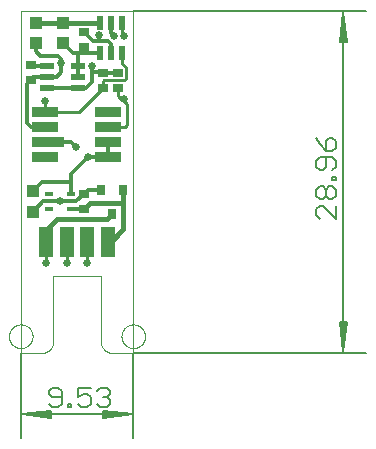
<source format=gtl>
G75*
%MOIN*%
%OFA0B0*%
%FSLAX25Y25*%
%IPPOS*%
%LPD*%
%AMOC8*
5,1,8,0,0,1.08239X$1,22.5*
%
%ADD10C,0.00000*%
%ADD11C,0.00512*%
%ADD12C,0.00600*%
%ADD13R,0.08858X0.03543*%
%ADD14R,0.11024X0.03543*%
%ADD15R,0.03543X0.02756*%
%ADD16R,0.04331X0.03937*%
%ADD17R,0.02165X0.04724*%
%ADD18R,0.05000X0.10000*%
%ADD19R,0.03150X0.01378*%
%ADD20R,0.03937X0.04331*%
%ADD21R,0.04724X0.02165*%
%ADD22R,0.03150X0.03543*%
%ADD23C,0.01000*%
%ADD24C,0.01200*%
%ADD25C,0.02578*%
%ADD26C,0.01600*%
D10*
X0165333Y0029433D02*
X0165333Y0143433D01*
X0202833Y0143433D01*
X0202833Y0029433D01*
X0195944Y0029433D01*
X0195820Y0029435D01*
X0195697Y0029441D01*
X0195573Y0029450D01*
X0195451Y0029464D01*
X0195328Y0029481D01*
X0195206Y0029503D01*
X0195085Y0029528D01*
X0194965Y0029557D01*
X0194846Y0029589D01*
X0194727Y0029626D01*
X0194610Y0029666D01*
X0194495Y0029709D01*
X0194380Y0029757D01*
X0194268Y0029808D01*
X0194157Y0029862D01*
X0194047Y0029920D01*
X0193940Y0029981D01*
X0193834Y0030046D01*
X0193731Y0030114D01*
X0193630Y0030185D01*
X0193531Y0030259D01*
X0193434Y0030336D01*
X0193340Y0030417D01*
X0193249Y0030500D01*
X0193160Y0030586D01*
X0193074Y0030675D01*
X0192991Y0030766D01*
X0192910Y0030860D01*
X0192833Y0030957D01*
X0192759Y0031056D01*
X0192688Y0031157D01*
X0192620Y0031260D01*
X0192555Y0031366D01*
X0192494Y0031473D01*
X0192436Y0031583D01*
X0192382Y0031694D01*
X0192331Y0031806D01*
X0192283Y0031921D01*
X0192240Y0032036D01*
X0192200Y0032153D01*
X0192163Y0032272D01*
X0192131Y0032391D01*
X0192102Y0032511D01*
X0192077Y0032632D01*
X0192055Y0032754D01*
X0192038Y0032877D01*
X0192024Y0032999D01*
X0192015Y0033123D01*
X0192009Y0033246D01*
X0192007Y0033370D01*
X0192007Y0054933D01*
X0176160Y0054933D01*
X0176160Y0033370D01*
X0176158Y0033246D01*
X0176152Y0033123D01*
X0176143Y0032999D01*
X0176129Y0032877D01*
X0176112Y0032754D01*
X0176090Y0032632D01*
X0176065Y0032511D01*
X0176036Y0032391D01*
X0176004Y0032272D01*
X0175967Y0032153D01*
X0175927Y0032036D01*
X0175884Y0031921D01*
X0175836Y0031806D01*
X0175785Y0031694D01*
X0175731Y0031583D01*
X0175673Y0031473D01*
X0175612Y0031366D01*
X0175547Y0031260D01*
X0175479Y0031157D01*
X0175408Y0031056D01*
X0175334Y0030957D01*
X0175257Y0030860D01*
X0175176Y0030766D01*
X0175093Y0030675D01*
X0175007Y0030586D01*
X0174918Y0030500D01*
X0174827Y0030417D01*
X0174733Y0030336D01*
X0174636Y0030259D01*
X0174537Y0030185D01*
X0174436Y0030114D01*
X0174333Y0030046D01*
X0174227Y0029981D01*
X0174120Y0029920D01*
X0174010Y0029862D01*
X0173899Y0029808D01*
X0173787Y0029757D01*
X0173672Y0029709D01*
X0173557Y0029666D01*
X0173440Y0029626D01*
X0173321Y0029589D01*
X0173202Y0029557D01*
X0173082Y0029528D01*
X0172961Y0029503D01*
X0172839Y0029481D01*
X0172716Y0029464D01*
X0172594Y0029450D01*
X0172470Y0029441D01*
X0172347Y0029435D01*
X0172223Y0029433D01*
X0165333Y0029433D01*
X0161396Y0035008D02*
X0161398Y0035133D01*
X0161404Y0035258D01*
X0161414Y0035382D01*
X0161428Y0035506D01*
X0161445Y0035630D01*
X0161467Y0035753D01*
X0161493Y0035875D01*
X0161522Y0035997D01*
X0161555Y0036117D01*
X0161593Y0036236D01*
X0161633Y0036355D01*
X0161678Y0036471D01*
X0161726Y0036586D01*
X0161778Y0036700D01*
X0161834Y0036812D01*
X0161893Y0036922D01*
X0161955Y0037030D01*
X0162021Y0037137D01*
X0162090Y0037241D01*
X0162163Y0037342D01*
X0162238Y0037442D01*
X0162317Y0037539D01*
X0162399Y0037633D01*
X0162484Y0037725D01*
X0162571Y0037814D01*
X0162662Y0037900D01*
X0162755Y0037983D01*
X0162851Y0038064D01*
X0162949Y0038141D01*
X0163049Y0038215D01*
X0163152Y0038286D01*
X0163257Y0038353D01*
X0163365Y0038418D01*
X0163474Y0038478D01*
X0163585Y0038536D01*
X0163698Y0038589D01*
X0163812Y0038639D01*
X0163928Y0038686D01*
X0164045Y0038728D01*
X0164164Y0038767D01*
X0164284Y0038803D01*
X0164405Y0038834D01*
X0164527Y0038862D01*
X0164649Y0038885D01*
X0164773Y0038905D01*
X0164897Y0038921D01*
X0165021Y0038933D01*
X0165146Y0038941D01*
X0165271Y0038945D01*
X0165395Y0038945D01*
X0165520Y0038941D01*
X0165645Y0038933D01*
X0165769Y0038921D01*
X0165893Y0038905D01*
X0166017Y0038885D01*
X0166139Y0038862D01*
X0166261Y0038834D01*
X0166382Y0038803D01*
X0166502Y0038767D01*
X0166621Y0038728D01*
X0166738Y0038686D01*
X0166854Y0038639D01*
X0166968Y0038589D01*
X0167081Y0038536D01*
X0167192Y0038478D01*
X0167302Y0038418D01*
X0167409Y0038353D01*
X0167514Y0038286D01*
X0167617Y0038215D01*
X0167717Y0038141D01*
X0167815Y0038064D01*
X0167911Y0037983D01*
X0168004Y0037900D01*
X0168095Y0037814D01*
X0168182Y0037725D01*
X0168267Y0037633D01*
X0168349Y0037539D01*
X0168428Y0037442D01*
X0168503Y0037342D01*
X0168576Y0037241D01*
X0168645Y0037137D01*
X0168711Y0037030D01*
X0168773Y0036922D01*
X0168832Y0036812D01*
X0168888Y0036700D01*
X0168940Y0036586D01*
X0168988Y0036471D01*
X0169033Y0036355D01*
X0169073Y0036236D01*
X0169111Y0036117D01*
X0169144Y0035997D01*
X0169173Y0035875D01*
X0169199Y0035753D01*
X0169221Y0035630D01*
X0169238Y0035506D01*
X0169252Y0035382D01*
X0169262Y0035258D01*
X0169268Y0035133D01*
X0169270Y0035008D01*
X0169268Y0034883D01*
X0169262Y0034758D01*
X0169252Y0034634D01*
X0169238Y0034510D01*
X0169221Y0034386D01*
X0169199Y0034263D01*
X0169173Y0034141D01*
X0169144Y0034019D01*
X0169111Y0033899D01*
X0169073Y0033780D01*
X0169033Y0033661D01*
X0168988Y0033545D01*
X0168940Y0033430D01*
X0168888Y0033316D01*
X0168832Y0033204D01*
X0168773Y0033094D01*
X0168711Y0032986D01*
X0168645Y0032879D01*
X0168576Y0032775D01*
X0168503Y0032674D01*
X0168428Y0032574D01*
X0168349Y0032477D01*
X0168267Y0032383D01*
X0168182Y0032291D01*
X0168095Y0032202D01*
X0168004Y0032116D01*
X0167911Y0032033D01*
X0167815Y0031952D01*
X0167717Y0031875D01*
X0167617Y0031801D01*
X0167514Y0031730D01*
X0167409Y0031663D01*
X0167301Y0031598D01*
X0167192Y0031538D01*
X0167081Y0031480D01*
X0166968Y0031427D01*
X0166854Y0031377D01*
X0166738Y0031330D01*
X0166621Y0031288D01*
X0166502Y0031249D01*
X0166382Y0031213D01*
X0166261Y0031182D01*
X0166139Y0031154D01*
X0166017Y0031131D01*
X0165893Y0031111D01*
X0165769Y0031095D01*
X0165645Y0031083D01*
X0165520Y0031075D01*
X0165395Y0031071D01*
X0165271Y0031071D01*
X0165146Y0031075D01*
X0165021Y0031083D01*
X0164897Y0031095D01*
X0164773Y0031111D01*
X0164649Y0031131D01*
X0164527Y0031154D01*
X0164405Y0031182D01*
X0164284Y0031213D01*
X0164164Y0031249D01*
X0164045Y0031288D01*
X0163928Y0031330D01*
X0163812Y0031377D01*
X0163698Y0031427D01*
X0163585Y0031480D01*
X0163474Y0031538D01*
X0163364Y0031598D01*
X0163257Y0031663D01*
X0163152Y0031730D01*
X0163049Y0031801D01*
X0162949Y0031875D01*
X0162851Y0031952D01*
X0162755Y0032033D01*
X0162662Y0032116D01*
X0162571Y0032202D01*
X0162484Y0032291D01*
X0162399Y0032383D01*
X0162317Y0032477D01*
X0162238Y0032574D01*
X0162163Y0032674D01*
X0162090Y0032775D01*
X0162021Y0032879D01*
X0161955Y0032986D01*
X0161893Y0033094D01*
X0161834Y0033204D01*
X0161778Y0033316D01*
X0161726Y0033430D01*
X0161678Y0033545D01*
X0161633Y0033661D01*
X0161593Y0033780D01*
X0161555Y0033899D01*
X0161522Y0034019D01*
X0161493Y0034141D01*
X0161467Y0034263D01*
X0161445Y0034386D01*
X0161428Y0034510D01*
X0161414Y0034634D01*
X0161404Y0034758D01*
X0161398Y0034883D01*
X0161396Y0035008D01*
X0198896Y0035008D02*
X0198898Y0035133D01*
X0198904Y0035258D01*
X0198914Y0035382D01*
X0198928Y0035506D01*
X0198945Y0035630D01*
X0198967Y0035753D01*
X0198993Y0035875D01*
X0199022Y0035997D01*
X0199055Y0036117D01*
X0199093Y0036236D01*
X0199133Y0036355D01*
X0199178Y0036471D01*
X0199226Y0036586D01*
X0199278Y0036700D01*
X0199334Y0036812D01*
X0199393Y0036922D01*
X0199455Y0037030D01*
X0199521Y0037137D01*
X0199590Y0037241D01*
X0199663Y0037342D01*
X0199738Y0037442D01*
X0199817Y0037539D01*
X0199899Y0037633D01*
X0199984Y0037725D01*
X0200071Y0037814D01*
X0200162Y0037900D01*
X0200255Y0037983D01*
X0200351Y0038064D01*
X0200449Y0038141D01*
X0200549Y0038215D01*
X0200652Y0038286D01*
X0200757Y0038353D01*
X0200865Y0038418D01*
X0200974Y0038478D01*
X0201085Y0038536D01*
X0201198Y0038589D01*
X0201312Y0038639D01*
X0201428Y0038686D01*
X0201545Y0038728D01*
X0201664Y0038767D01*
X0201784Y0038803D01*
X0201905Y0038834D01*
X0202027Y0038862D01*
X0202149Y0038885D01*
X0202273Y0038905D01*
X0202397Y0038921D01*
X0202521Y0038933D01*
X0202646Y0038941D01*
X0202771Y0038945D01*
X0202895Y0038945D01*
X0203020Y0038941D01*
X0203145Y0038933D01*
X0203269Y0038921D01*
X0203393Y0038905D01*
X0203517Y0038885D01*
X0203639Y0038862D01*
X0203761Y0038834D01*
X0203882Y0038803D01*
X0204002Y0038767D01*
X0204121Y0038728D01*
X0204238Y0038686D01*
X0204354Y0038639D01*
X0204468Y0038589D01*
X0204581Y0038536D01*
X0204692Y0038478D01*
X0204802Y0038418D01*
X0204909Y0038353D01*
X0205014Y0038286D01*
X0205117Y0038215D01*
X0205217Y0038141D01*
X0205315Y0038064D01*
X0205411Y0037983D01*
X0205504Y0037900D01*
X0205595Y0037814D01*
X0205682Y0037725D01*
X0205767Y0037633D01*
X0205849Y0037539D01*
X0205928Y0037442D01*
X0206003Y0037342D01*
X0206076Y0037241D01*
X0206145Y0037137D01*
X0206211Y0037030D01*
X0206273Y0036922D01*
X0206332Y0036812D01*
X0206388Y0036700D01*
X0206440Y0036586D01*
X0206488Y0036471D01*
X0206533Y0036355D01*
X0206573Y0036236D01*
X0206611Y0036117D01*
X0206644Y0035997D01*
X0206673Y0035875D01*
X0206699Y0035753D01*
X0206721Y0035630D01*
X0206738Y0035506D01*
X0206752Y0035382D01*
X0206762Y0035258D01*
X0206768Y0035133D01*
X0206770Y0035008D01*
X0206768Y0034883D01*
X0206762Y0034758D01*
X0206752Y0034634D01*
X0206738Y0034510D01*
X0206721Y0034386D01*
X0206699Y0034263D01*
X0206673Y0034141D01*
X0206644Y0034019D01*
X0206611Y0033899D01*
X0206573Y0033780D01*
X0206533Y0033661D01*
X0206488Y0033545D01*
X0206440Y0033430D01*
X0206388Y0033316D01*
X0206332Y0033204D01*
X0206273Y0033094D01*
X0206211Y0032986D01*
X0206145Y0032879D01*
X0206076Y0032775D01*
X0206003Y0032674D01*
X0205928Y0032574D01*
X0205849Y0032477D01*
X0205767Y0032383D01*
X0205682Y0032291D01*
X0205595Y0032202D01*
X0205504Y0032116D01*
X0205411Y0032033D01*
X0205315Y0031952D01*
X0205217Y0031875D01*
X0205117Y0031801D01*
X0205014Y0031730D01*
X0204909Y0031663D01*
X0204801Y0031598D01*
X0204692Y0031538D01*
X0204581Y0031480D01*
X0204468Y0031427D01*
X0204354Y0031377D01*
X0204238Y0031330D01*
X0204121Y0031288D01*
X0204002Y0031249D01*
X0203882Y0031213D01*
X0203761Y0031182D01*
X0203639Y0031154D01*
X0203517Y0031131D01*
X0203393Y0031111D01*
X0203269Y0031095D01*
X0203145Y0031083D01*
X0203020Y0031075D01*
X0202895Y0031071D01*
X0202771Y0031071D01*
X0202646Y0031075D01*
X0202521Y0031083D01*
X0202397Y0031095D01*
X0202273Y0031111D01*
X0202149Y0031131D01*
X0202027Y0031154D01*
X0201905Y0031182D01*
X0201784Y0031213D01*
X0201664Y0031249D01*
X0201545Y0031288D01*
X0201428Y0031330D01*
X0201312Y0031377D01*
X0201198Y0031427D01*
X0201085Y0031480D01*
X0200974Y0031538D01*
X0200864Y0031598D01*
X0200757Y0031663D01*
X0200652Y0031730D01*
X0200549Y0031801D01*
X0200449Y0031875D01*
X0200351Y0031952D01*
X0200255Y0032033D01*
X0200162Y0032116D01*
X0200071Y0032202D01*
X0199984Y0032291D01*
X0199899Y0032383D01*
X0199817Y0032477D01*
X0199738Y0032574D01*
X0199663Y0032674D01*
X0199590Y0032775D01*
X0199521Y0032879D01*
X0199455Y0032986D01*
X0199393Y0033094D01*
X0199334Y0033204D01*
X0199278Y0033316D01*
X0199226Y0033430D01*
X0199178Y0033545D01*
X0199133Y0033661D01*
X0199093Y0033780D01*
X0199055Y0033899D01*
X0199022Y0034019D01*
X0198993Y0034141D01*
X0198967Y0034263D01*
X0198945Y0034386D01*
X0198928Y0034510D01*
X0198914Y0034634D01*
X0198904Y0034758D01*
X0198898Y0034883D01*
X0198896Y0035008D01*
D11*
X0165333Y0029433D02*
X0165333Y0001256D01*
X0165589Y0008933D02*
X0175570Y0007909D01*
X0175570Y0007676D02*
X0165589Y0008933D01*
X0175570Y0009957D01*
X0175570Y0010190D02*
X0175570Y0007676D01*
X0175570Y0008421D02*
X0165589Y0008933D01*
X0175570Y0009445D01*
X0175570Y0010190D02*
X0165589Y0008933D01*
X0202577Y0008933D01*
X0192597Y0007909D01*
X0192597Y0007676D02*
X0202577Y0008933D01*
X0192597Y0009957D01*
X0192597Y0010190D02*
X0192597Y0007676D01*
X0192597Y0008421D02*
X0202577Y0008933D01*
X0192597Y0009445D01*
X0192597Y0010190D02*
X0202577Y0008933D01*
X0202833Y0001256D02*
X0202833Y0029433D01*
X0280510Y0029433D01*
X0272833Y0029689D02*
X0273857Y0039669D01*
X0274090Y0039669D02*
X0272833Y0029689D01*
X0271810Y0039669D01*
X0271576Y0039669D02*
X0274090Y0039669D01*
X0273345Y0039669D02*
X0272833Y0029689D01*
X0272322Y0039669D01*
X0271576Y0039669D02*
X0272833Y0029689D01*
X0272833Y0143177D01*
X0273857Y0133197D01*
X0274090Y0133197D02*
X0272833Y0143177D01*
X0271810Y0133197D01*
X0271576Y0133197D02*
X0274090Y0133197D01*
X0273345Y0133197D02*
X0272833Y0143177D01*
X0272322Y0133197D01*
X0271576Y0133197D02*
X0272833Y0143177D01*
X0280510Y0143433D02*
X0202833Y0143433D01*
D12*
X0263866Y0101087D02*
X0264934Y0098952D01*
X0267069Y0096817D01*
X0267069Y0100020D01*
X0268136Y0101087D01*
X0269204Y0101087D01*
X0270272Y0100020D01*
X0270272Y0097885D01*
X0269204Y0096817D01*
X0267069Y0096817D01*
X0267069Y0094642D02*
X0267069Y0091439D01*
X0266001Y0090372D01*
X0264934Y0090372D01*
X0263866Y0091439D01*
X0263866Y0093574D01*
X0264934Y0094642D01*
X0269204Y0094642D01*
X0270272Y0093574D01*
X0270272Y0091439D01*
X0269204Y0090372D01*
X0269204Y0088216D02*
X0270272Y0088216D01*
X0270272Y0087149D01*
X0269204Y0087149D01*
X0269204Y0088216D01*
X0269204Y0084974D02*
X0270272Y0083906D01*
X0270272Y0081771D01*
X0269204Y0080703D01*
X0268136Y0080703D01*
X0267069Y0081771D01*
X0267069Y0083906D01*
X0268136Y0084974D01*
X0269204Y0084974D01*
X0267069Y0083906D02*
X0266001Y0084974D01*
X0264934Y0084974D01*
X0263866Y0083906D01*
X0263866Y0081771D01*
X0264934Y0080703D01*
X0266001Y0080703D01*
X0267069Y0081771D01*
X0266001Y0078528D02*
X0264934Y0078528D01*
X0263866Y0077461D01*
X0263866Y0075326D01*
X0264934Y0074258D01*
X0266001Y0078528D02*
X0270272Y0074258D01*
X0270272Y0078528D01*
X0195033Y0016833D02*
X0193966Y0017900D01*
X0191831Y0017900D01*
X0190763Y0016833D01*
X0188588Y0017900D02*
X0184317Y0017900D01*
X0184317Y0014698D01*
X0186453Y0015765D01*
X0187520Y0015765D01*
X0188588Y0014698D01*
X0188588Y0012562D01*
X0187520Y0011495D01*
X0185385Y0011495D01*
X0184317Y0012562D01*
X0182162Y0012562D02*
X0182162Y0011495D01*
X0181095Y0011495D01*
X0181095Y0012562D01*
X0182162Y0012562D01*
X0178920Y0012562D02*
X0177852Y0011495D01*
X0175717Y0011495D01*
X0174649Y0012562D01*
X0175717Y0014698D02*
X0178920Y0014698D01*
X0178920Y0016833D02*
X0178920Y0012562D01*
X0175717Y0014698D02*
X0174649Y0015765D01*
X0174649Y0016833D01*
X0175717Y0017900D01*
X0177852Y0017900D01*
X0178920Y0016833D01*
X0190763Y0012562D02*
X0191831Y0011495D01*
X0193966Y0011495D01*
X0195033Y0012562D01*
X0195033Y0013630D01*
X0193966Y0014698D01*
X0192898Y0014698D01*
X0193966Y0014698D02*
X0195033Y0015765D01*
X0195033Y0016833D01*
D13*
X0194365Y0094703D03*
X0194365Y0099624D03*
X0194365Y0104742D03*
X0194365Y0109663D03*
X0173302Y0109663D03*
X0173302Y0104742D03*
X0173302Y0094703D03*
D14*
X0174385Y0099624D03*
D15*
X0186333Y0082492D03*
X0186333Y0077374D03*
X0192833Y0117624D03*
X0197583Y0117624D03*
X0197583Y0122742D03*
X0192833Y0122742D03*
X0186333Y0131374D03*
X0186333Y0136492D03*
X0168833Y0125492D03*
X0168833Y0120374D03*
D16*
X0170333Y0132837D03*
X0179333Y0132837D03*
X0179333Y0139530D03*
X0170333Y0139530D03*
D17*
X0191593Y0139551D03*
X0195333Y0139551D03*
X0199073Y0139551D03*
X0199073Y0129315D03*
X0195333Y0129315D03*
X0191593Y0129315D03*
D18*
X0194333Y0066433D03*
X0187333Y0066433D03*
X0180833Y0066433D03*
X0173833Y0066433D03*
D19*
X0174593Y0077374D03*
X0174593Y0079933D03*
X0174593Y0082492D03*
X0182073Y0082492D03*
X0182073Y0077374D03*
D20*
X0169333Y0076587D03*
X0169333Y0083280D03*
D21*
X0174215Y0117693D03*
X0174215Y0121433D03*
X0174215Y0125173D03*
X0184451Y0125173D03*
X0184451Y0121433D03*
X0184451Y0117693D03*
D22*
X0192093Y0083870D03*
X0199573Y0083870D03*
X0195833Y0075602D03*
D23*
X0187333Y0066433D02*
X0187333Y0059433D01*
X0180833Y0059433D02*
X0180833Y0066433D01*
X0173833Y0066433D02*
X0173833Y0059433D01*
X0191019Y0099624D02*
X0194365Y0099624D01*
X0194365Y0104742D02*
X0200142Y0104742D01*
X0200833Y0105433D01*
X0200833Y0112433D01*
X0199833Y0113433D01*
X0199833Y0113933D01*
X0198833Y0113933D01*
X0197583Y0115183D01*
X0197583Y0117624D01*
X0199811Y0120264D02*
X0193164Y0120264D01*
X0192833Y0119933D01*
X0192833Y0117624D01*
X0184873Y0109663D01*
X0173302Y0109663D01*
X0173333Y0109695D01*
X0173333Y0113433D01*
X0173302Y0109663D02*
X0175333Y0109663D01*
X0173302Y0104742D02*
X0169760Y0104742D01*
X0194365Y0104742D02*
X0198142Y0104742D01*
X0197483Y0104742D02*
X0194365Y0104742D01*
X0199811Y0120264D02*
X0200455Y0120909D01*
X0200455Y0124576D01*
X0199073Y0125957D01*
X0199073Y0129315D01*
X0199833Y0134933D02*
X0199073Y0135693D01*
X0199073Y0139551D01*
D24*
X0195333Y0139551D02*
X0195333Y0135953D01*
X0196343Y0134943D01*
X0194333Y0133433D02*
X0191333Y0133433D01*
X0191333Y0135300D01*
X0191333Y0133433D02*
X0189392Y0133433D01*
X0186333Y0136492D01*
X0186333Y0131374D02*
X0186333Y0129315D01*
X0184333Y0129315D01*
X0184451Y0129197D01*
X0184451Y0125173D01*
X0184451Y0121433D01*
X0178833Y0122933D02*
X0178833Y0125933D01*
X0178833Y0127433D01*
X0177833Y0128433D01*
X0171833Y0128433D01*
X0170333Y0129933D01*
X0170333Y0132837D01*
X0179333Y0132837D02*
X0182855Y0129315D01*
X0184333Y0129315D01*
X0186333Y0129315D02*
X0191593Y0129315D01*
X0195333Y0129315D02*
X0195333Y0132433D01*
X0194333Y0133433D01*
X0189184Y0125083D02*
X0189184Y0122933D01*
X0192642Y0122933D01*
X0192833Y0122742D01*
X0197583Y0122742D01*
X0189184Y0122933D02*
X0189184Y0119783D01*
X0187093Y0117693D01*
X0184451Y0117693D01*
X0174215Y0117693D01*
X0168833Y0120374D02*
X0167433Y0118974D01*
X0167433Y0105933D01*
X0168624Y0104742D01*
X0173302Y0104742D01*
X0174385Y0099624D02*
X0182142Y0099624D01*
X0183833Y0097933D01*
X0187603Y0094703D02*
X0182073Y0089173D01*
X0182073Y0086433D01*
X0172487Y0086433D01*
X0169333Y0083280D01*
X0172680Y0079933D02*
X0174593Y0079933D01*
X0178333Y0079933D01*
X0183774Y0079933D01*
X0186333Y0082492D01*
X0187711Y0083870D01*
X0192093Y0083870D01*
X0182073Y0082492D02*
X0182073Y0086433D01*
X0187603Y0094703D02*
X0194365Y0094703D01*
X0194365Y0099624D01*
X0194365Y0094703D02*
X0191105Y0094703D01*
X0172680Y0079933D02*
X0169333Y0076587D01*
X0182073Y0077374D02*
X0186333Y0077374D01*
X0185333Y0076874D01*
X0168833Y0120374D02*
X0169392Y0121433D01*
X0174215Y0121433D01*
X0177333Y0121433D01*
X0178833Y0122933D01*
X0174215Y0125173D02*
X0169652Y0125173D01*
X0168833Y0125492D01*
D25*
X0178833Y0125933D03*
X0189184Y0125083D03*
X0191333Y0135300D03*
X0196343Y0134943D03*
X0199833Y0134933D03*
X0199833Y0113933D03*
X0173333Y0113433D03*
X0183833Y0097933D03*
X0187603Y0094703D03*
X0178333Y0079933D03*
X0180833Y0059433D03*
X0187333Y0059433D03*
X0173833Y0059433D03*
D26*
X0173833Y0066433D02*
X0173833Y0070433D01*
X0177333Y0073933D01*
X0194164Y0073933D01*
X0195833Y0075602D01*
X0199573Y0079433D02*
X0188392Y0079433D01*
X0186333Y0077374D01*
X0199573Y0079433D02*
X0199573Y0070673D01*
X0195333Y0066433D01*
X0194333Y0066433D01*
X0199573Y0079433D02*
X0199573Y0083870D01*
X0191593Y0139551D02*
X0185572Y0139530D01*
X0179333Y0139530D01*
X0170333Y0139530D01*
M02*

</source>
